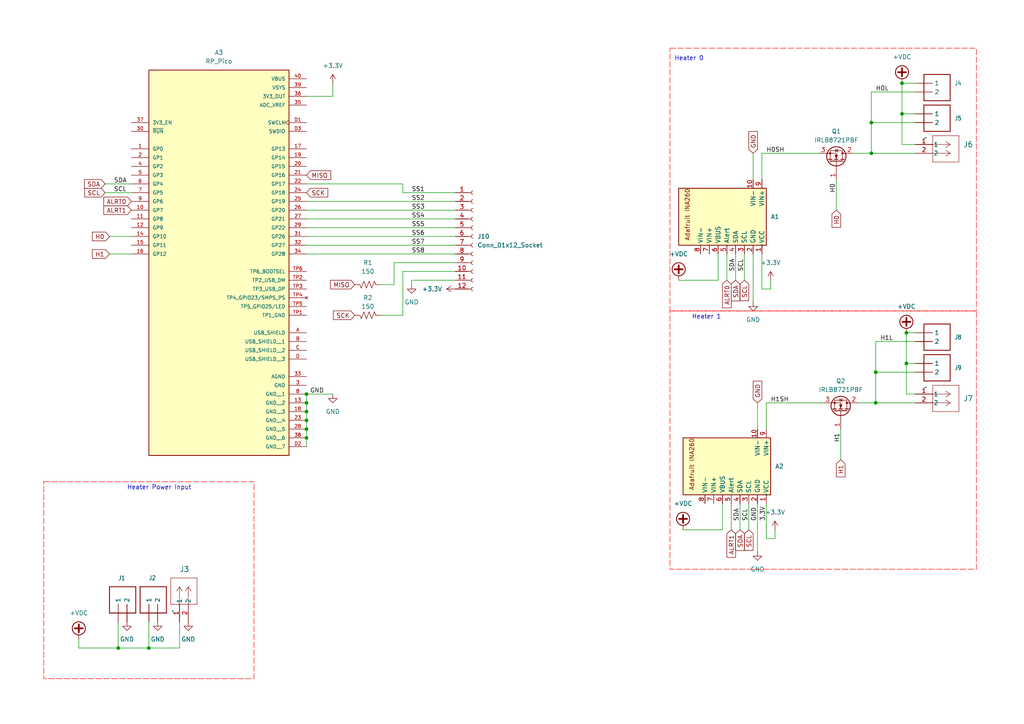
<source format=kicad_sch>
(kicad_sch (version 20230121) (generator eeschema)
  (paper "A4")
  (lib_symbols
    (symbol "Connector:Conn_01x12_Socket" (pin_names (offset 1.016) hide)
      (property "Reference" "J" (at 0 15.24 0))
      (property "Value" "Conn_01x12_Socket" (at 0 -17.78 0))
      (symbol "Conn_01x12_Socket_1_1"
        (arc (start 0 -14.732) (mid -0.5058 -15.24) (end 0 -15.748) (stroke (width 0.1524)))
        (arc (start 0 -12.192) (mid -0.5058 -12.7) (end 0 -13.208) (stroke (width 0.1524)))
        (arc (start 0 -9.652) (mid -0.5058 -10.16) (end 0 -10.668) (stroke (width 0.1524)))
        (arc (start 0 -7.112) (mid -0.5058 -7.62) (end 0 -8.128) (stroke (width 0.1524)))
        (arc (start 0 -4.572) (mid -0.5058 -5.08) (end 0 -5.588) (stroke (width 0.1524)))
        (arc (start 0 -2.032) (mid -0.5058 -2.54) (end 0 -3.048) (stroke (width 0.1524)))
        (polyline (pts (xy -1.27 -15.24) (xy -0.508 -15.24)) (stroke (width 0.1524)))
        (polyline (pts (xy -1.27 -12.7) (xy -0.508 -12.7)) (stroke (width 0.1524)))
        (polyline (pts (xy -1.27 -10.16) (xy -0.508 -10.16)) (stroke (width 0.1524)))
        (polyline (pts (xy -1.27 -7.62) (xy -0.508 -7.62)) (stroke (width 0.1524)))
        (polyline (pts (xy -1.27 -5.08) (xy -0.508 -5.08)) (stroke (width 0.1524)))
        (polyline (pts (xy -1.27 -2.54) (xy -0.508 -2.54)) (stroke (width 0.1524)))
        (polyline (pts (xy -1.27 0) (xy -0.508 0)) (stroke (width 0.1524)))
        (polyline (pts (xy -1.27 2.54) (xy -0.508 2.54)) (stroke (width 0.1524)))
        (polyline (pts (xy -1.27 5.08) (xy -0.508 5.08)) (stroke (width 0.1524)))
        (polyline (pts (xy -1.27 7.62) (xy -0.508 7.62)) (stroke (width 0.1524)))
        (polyline (pts (xy -1.27 10.16) (xy -0.508 10.16)) (stroke (width 0.1524)))
        (polyline (pts (xy -1.27 12.7) (xy -0.508 12.7)) (stroke (width 0.1524)))
        (arc (start 0 0.508) (mid -0.5058 0) (end 0 -0.508) (stroke (width 0.1524)))
        (arc (start 0 3.048) (mid -0.5058 2.54) (end 0 2.032) (stroke (width 0.1524)))
        (arc (start 0 5.588) (mid -0.5058 5.08) (end 0 4.572) (stroke (width 0.1524)))
        (arc (start 0 8.128) (mid -0.5058 7.62) (end 0 7.112) (stroke (width 0.1524)))
        (arc (start 0 10.668) (mid -0.5058 10.16) (end 0 9.652) (stroke (width 0.1524)))
        (arc (start 0 13.208) (mid -0.5058 12.7) (end 0 12.192) (stroke (width 0.1524)))
        (pin passive line (at -5.08 12.7 0) (length 3.81) (name "Pin_1") (number "1"))
        (pin passive line (at -5.08 -10.16 0) (length 3.81) (name "Pin_10") (number "10"))
        (pin passive line (at -5.08 -12.7 0) (length 3.81) (name "Pin_11") (number "11"))
        (pin passive line (at -5.08 -15.24 0) (length 3.81) (name "Pin_12") (number "12"))
        (pin passive line (at -5.08 10.16 0) (length 3.81) (name "Pin_2") (number "2"))
        (pin passive line (at -5.08 7.62 0) (length 3.81) (name "Pin_3") (number "3"))
        (pin passive line (at -5.08 5.08 0) (length 3.81) (name "Pin_4") (number "4"))
        (pin passive line (at -5.08 2.54 0) (length 3.81) (name "Pin_5") (number "5"))
        (pin passive line (at -5.08 0 0) (length 3.81) (name "Pin_6") (number "6"))
        (pin passive line (at -5.08 -2.54 0) (length 3.81) (name "Pin_7") (number "7"))
        (pin passive line (at -5.08 -5.08 0) (length 3.81) (name "Pin_8") (number "8"))
        (pin passive line (at -5.08 -7.62 0) (length 3.81) (name "Pin_9") (number "9"))
      )
    )
    (symbol "Device:R_US" (pin_numbers hide) (pin_names (offset 0))
      (property "Reference" "R" (at 2.54 0 90))
      (property "Value" "R_US" (at -2.54 0 90))
      (symbol "R_US_0_1"
        (polyline (pts (xy 0 -2.286) (xy 0 -2.54)))
        (polyline (pts (xy 0 2.286) (xy 0 2.54)))
        (polyline (pts (xy 0 -0.762) (xy 1.016 -1.143) (xy 0 -1.524) (xy -1.016 -1.905) (xy 0 -2.286)))
        (polyline (pts (xy 0 0.762) (xy 1.016 0.381) (xy 0 0) (xy -1.016 -0.381) (xy 0 -0.762)))
        (polyline (pts (xy 0 2.286) (xy 1.016 1.905) (xy 0 1.524) (xy -1.016 1.143) (xy 0 0.762)))
      )
      (symbol "R_US_1_1"
        (pin passive line (at 0 3.81 270) (length 1.27) (name "~") (number "1"))
        (pin passive line (at 0 -3.81 90) (length 1.27) (name "~") (number "2"))
      )
    )
    (symbol "IPTC Project Library:Adafruit_INA260"
      (property "Reference" "A" (at 1.27 2.54 0))
      (symbol "Adafruit_INA260_0_0"
        (rectangle (start 0 1.27) (end 16.51 -24.13) (stroke (width 0.254)) (fill (type background)))
      )
      (symbol "Adafruit_INA260_1_1"
        (text "Adafruit INA260\n" (at 8.89 -21.59 0) (effects (font (size 1.27 1.27))))
        (pin passive line (at -2.54 0 0) (length 2.54) (name "VCC") (number "1"))
        (pin passive line (at 19.05 -2.54 180) (length 2.54) (name "VIN-") (number "10"))
        (pin passive line (at -2.54 -2.54 0) (length 2.54) (name "GND") (number "2"))
        (pin passive line (at -2.54 -5.08 0) (length 2.54) (name "SCL") (number "3"))
        (pin passive line (at -2.54 -7.62 0) (length 2.54) (name "SDA") (number "4"))
        (pin passive line (at -2.54 -10.16 0) (length 2.54) (name "Alert") (number "5"))
        (pin passive line (at -2.54 -12.7 0) (length 2.54) (name "VBUS") (number "6"))
        (pin passive line (at -2.54 -15.24 0) (length 2.54) (name "VIN+") (number "7"))
        (pin passive line (at -2.54 -17.78 0) (length 2.54) (name "VIN-") (number "8"))
        (pin passive line (at 19.05 0 180) (length 2.54) (name "VIN+") (number "9"))
      )
    )
    (symbol "IPTC Project Library:IRLB8721PBF" (pin_names hide)
      (property "Reference" "Q" (at 6.35 1.905 0))
      (property "Value" "IRLB8721PBF" (at 6.35 0 0))
      (symbol "IRLB8721PBF_0_1"
        (polyline (pts (xy 0.254 0) (xy -2.54 0)))
        (polyline (pts (xy 0.254 1.905) (xy 0.254 -1.905)) (stroke (width 0.254)))
        (polyline (pts (xy 0.762 -1.27) (xy 0.762 -2.286)) (stroke (width 0.254)))
        (polyline (pts (xy 0.762 0.508) (xy 0.762 -0.508)) (stroke (width 0.254)))
        (polyline (pts (xy 0.762 2.286) (xy 0.762 1.27)) (stroke (width 0.254)))
        (polyline (pts (xy 2.54 2.54) (xy 2.54 1.778)))
        (polyline (pts (xy 2.54 -2.54) (xy 2.54 0) (xy 0.762 0)))
        (polyline (pts (xy 0.762 -1.778) (xy 3.302 -1.778) (xy 3.302 1.778) (xy 0.762 1.778)))
        (polyline (pts (xy 1.016 0) (xy 2.032 0.381) (xy 2.032 -0.381) (xy 1.016 0)) (fill (type outline)))
        (polyline (pts (xy 2.794 0.508) (xy 2.921 0.381) (xy 3.683 0.381) (xy 3.81 0.254)))
        (polyline (pts (xy 3.302 0.381) (xy 2.921 -0.254) (xy 3.683 -0.254) (xy 3.302 0.381)))
        (circle (center 1.651 0) (radius 2.794) (stroke (width 0.254)))
        (circle (center 2.54 -1.778) (radius 0.254) (fill (type outline)))
        (circle (center 2.54 1.778) (radius 0.254) (fill (type outline)))
      )
      (symbol "IRLB8721PBF_1_1"
        (pin input line (at -5.08 0 0) (length 2.54) (name "G") (number "1"))
        (pin passive line (at 2.54 5.08 270) (length 2.54) (name "D") (number "2"))
        (pin passive line (at 2.54 -5.08 90) (length 2.54) (name "S") (number "3"))
      )
    )
    (symbol "IPTC Project Library:OSTVN02A150" (pin_names (offset 0.254))
      (property "Reference" "J" (at 8.89 6.35 0))
      (property "Value" "OSTVN02A150" (at 0 0 0))
      (symbol "OSTVN02A150_1_1"
        (polyline (pts (xy 5.08 -5.08) (xy 12.7 -5.08)) (stroke (width 0.127)))
        (polyline (pts (xy 5.08 2.54) (xy 5.08 -5.08)) (stroke (width 0.127)))
        (polyline (pts (xy 10.16 -2.54) (xy 5.08 -2.54)) (stroke (width 0.127)))
        (polyline (pts (xy 10.16 -2.54) (xy 8.89 -3.3867)) (stroke (width 0.127)))
        (polyline (pts (xy 10.16 -2.54) (xy 8.89 -1.6933)) (stroke (width 0.127)))
        (polyline (pts (xy 10.16 0) (xy 5.08 0)) (stroke (width 0.127)))
        (polyline (pts (xy 10.16 0) (xy 8.89 -0.8467)) (stroke (width 0.127)))
        (polyline (pts (xy 10.16 0) (xy 8.89 0.8467)) (stroke (width 0.127)))
        (polyline (pts (xy 12.7 -5.08) (xy 12.7 2.54)) (stroke (width 0.127)))
        (polyline (pts (xy 12.7 2.54) (xy 5.08 2.54)) (stroke (width 0.127)))
        (pin unspecified line (at 0 0 0) (length 5.08) (name "1") (number "1"))
        (pin unspecified line (at 0 -2.54 0) (length 5.08) (name "2") (number "2"))
      )
      (symbol "OSTVN02A150_1_2"
        (polyline (pts (xy 5.08 -5.08) (xy 12.7 -5.08)) (stroke (width 0.127)))
        (polyline (pts (xy 5.08 2.54) (xy 5.08 -5.08)) (stroke (width 0.127)))
        (polyline (pts (xy 7.62 -2.54) (xy 5.08 -2.54)) (stroke (width 0.127)))
        (polyline (pts (xy 7.62 -2.54) (xy 8.89 -3.3867)) (stroke (width 0.127)))
        (polyline (pts (xy 7.62 -2.54) (xy 8.89 -1.6933)) (stroke (width 0.127)))
        (polyline (pts (xy 7.62 0) (xy 5.08 0)) (stroke (width 0.127)))
        (polyline (pts (xy 7.62 0) (xy 8.89 -0.8467)) (stroke (width 0.127)))
        (polyline (pts (xy 7.62 0) (xy 8.89 0.8467)) (stroke (width 0.127)))
        (polyline (pts (xy 12.7 -5.08) (xy 12.7 2.54)) (stroke (width 0.127)))
        (polyline (pts (xy 12.7 2.54) (xy 5.08 2.54)) (stroke (width 0.127)))
        (pin unspecified line (at 0 0 0) (length 5.08) (name "1") (number "1"))
        (pin unspecified line (at 0 -2.54 0) (length 5.08) (name "2") (number "2"))
      )
    )
    (symbol "IPTC Project Library:RP_Pico" (pin_names (offset 1.016))
      (property "Reference" "A" (at -20.32 44.069 0))
      (property "Value" "RP_Pico" (at -20.32 -71.12 0))
      (symbol "RP_Pico_0_0"
        (rectangle (start -20.32 -68.58) (end 20.32 43.18) (stroke (width 0.254)) (fill (type background)))
        (pin bidirectional line (at -25.4 20.32 0) (length 5.08) (name "GP0") (number "1"))
        (pin bidirectional line (at -25.4 2.54 0) (length 5.08) (name "GP7") (number "10"))
        (pin bidirectional line (at -25.4 0 0) (length 5.08) (name "GP8") (number "11"))
        (pin bidirectional line (at -25.4 -2.54 0) (length 5.08) (name "GP9") (number "12"))
        (pin power_in line (at 25.4 -53.34 180) (length 5.08) (name "GND__2") (number "13"))
        (pin bidirectional line (at -25.4 -5.08 0) (length 5.08) (name "GP10") (number "14"))
        (pin bidirectional line (at -25.4 -7.62 0) (length 5.08) (name "GP11") (number "15"))
        (pin bidirectional line (at -25.4 -10.16 0) (length 5.08) (name "GP12") (number "16"))
        (pin bidirectional line (at 25.4 20.32 180) (length 5.08) (name "GP13") (number "17"))
        (pin power_in line (at 25.4 -55.88 180) (length 5.08) (name "GND__3") (number "18"))
        (pin bidirectional line (at 25.4 17.78 180) (length 5.08) (name "GP14") (number "19"))
        (pin bidirectional line (at -25.4 17.78 0) (length 5.08) (name "GP1") (number "2"))
        (pin bidirectional line (at 25.4 15.24 180) (length 5.08) (name "GP15") (number "20"))
        (pin bidirectional line (at 25.4 12.7 180) (length 5.08) (name "GP16") (number "21"))
        (pin bidirectional line (at 25.4 10.16 180) (length 5.08) (name "GP17") (number "22"))
        (pin power_in line (at 25.4 -58.42 180) (length 5.08) (name "GND__4") (number "23"))
        (pin bidirectional line (at 25.4 7.62 180) (length 5.08) (name "GP18") (number "24"))
        (pin bidirectional line (at 25.4 5.08 180) (length 5.08) (name "GP19") (number "25"))
        (pin bidirectional line (at 25.4 2.54 180) (length 5.08) (name "GP20") (number "26"))
        (pin bidirectional line (at 25.4 0 180) (length 5.08) (name "GP21") (number "27"))
        (pin power_in line (at 25.4 -60.96 180) (length 5.08) (name "GND__5") (number "28"))
        (pin bidirectional line (at 25.4 -2.54 180) (length 5.08) (name "GP22") (number "29"))
        (pin power_in line (at 25.4 -48.26 180) (length 5.08) (name "GND") (number "3"))
        (pin input line (at -25.4 25.4 0) (length 5.08) (name "~{RUN}") (number "30"))
        (pin bidirectional line (at 25.4 -5.08 180) (length 5.08) (name "GP26") (number "31"))
        (pin bidirectional line (at 25.4 -7.62 180) (length 5.08) (name "GP27") (number "32"))
        (pin power_in line (at 25.4 -45.72 180) (length 5.08) (name "AGND") (number "33"))
        (pin bidirectional line (at 25.4 -10.16 180) (length 5.08) (name "GP28") (number "34"))
        (pin power_in line (at 25.4 33.02 180) (length 5.08) (name "ADC_VREF") (number "35"))
        (pin power_in line (at 25.4 35.56 180) (length 5.08) (name "3V3_OUT") (number "36"))
        (pin input line (at -25.4 27.94 0) (length 5.08) (name "3V3_EN") (number "37"))
        (pin power_in line (at 25.4 -63.5 180) (length 5.08) (name "GND__6") (number "38"))
        (pin power_in line (at 25.4 38.1 180) (length 5.08) (name "VSYS") (number "39"))
        (pin bidirectional line (at -25.4 15.24 0) (length 5.08) (name "GP2") (number "4"))
        (pin power_in line (at 25.4 40.64 180) (length 5.08) (name "VBUS") (number "40"))
        (pin bidirectional line (at -25.4 12.7 0) (length 5.08) (name "GP3") (number "5"))
        (pin bidirectional line (at -25.4 10.16 0) (length 5.08) (name "GP4") (number "6"))
        (pin bidirectional line (at -25.4 7.62 0) (length 5.08) (name "GP5") (number "7"))
        (pin power_in line (at 25.4 -50.8 180) (length 5.08) (name "GND__1") (number "8"))
        (pin bidirectional line (at -25.4 5.08 0) (length 5.08) (name "GP6") (number "9"))
        (pin power_in line (at 25.4 -33.02 180) (length 5.08) (name "USB_SHIELD") (number "A"))
        (pin power_in line (at 25.4 -35.56 180) (length 5.08) (name "USB_SHIELD__1") (number "B"))
        (pin power_in line (at 25.4 -38.1 180) (length 5.08) (name "USB_SHIELD__2") (number "C"))
        (pin power_in line (at 25.4 -40.64 180) (length 5.08) (name "USB_SHIELD__3") (number "D"))
        (pin input clock (at 25.4 27.94 180) (length 5.08) (name "SWCLK") (number "D1"))
        (pin power_in line (at 25.4 -66.04 180) (length 5.08) (name "GND__7") (number "D2"))
        (pin bidirectional line (at 25.4 25.4 180) (length 5.08) (name "SWDIO") (number "D3"))
        (pin power_in line (at 25.4 -27.94 180) (length 5.08) (name "TP1_GND") (number "TP1"))
        (pin bidirectional line (at 25.4 -17.78 180) (length 5.08) (name "TP2_USB_DM") (number "TP2"))
        (pin bidirectional line (at 25.4 -20.32 180) (length 5.08) (name "TP3_USB_DP") (number "TP3"))
        (pin no_connect line (at 25.4 -22.86 180) (length 5.08) (name "TP4_GPIO23/SMPS_PS") (number "TP4"))
        (pin output line (at 25.4 -25.4 180) (length 5.08) (name "TP5_GPIO25/LED") (number "TP5"))
        (pin input line (at 25.4 -15.24 180) (length 5.08) (name "TP6_BOOTSEL") (number "TP6"))
      )
    )
    (symbol "IPTC Project Library:SMD_PAD_1X2_4MMx3MM"
      (property "Reference" "J" (at -2.54 7.62 0))
      (property "Value" "SMD_PAD_1X2_4MMx3MM" (at -2.54 -5.08 0))
      (symbol "SMD_PAD_1X2_4MMx3MM_1_0"
        (polyline (pts (xy -2.54 -2.54) (xy 5.08 -2.54)) (stroke (width 0.254)))
        (polyline (pts (xy -2.54 5.08) (xy -2.54 -2.54)) (stroke (width 0.254)))
        (polyline (pts (xy 5.08 -2.54) (xy 5.08 5.08)) (stroke (width 0.254)))
        (polyline (pts (xy 5.08 5.08) (xy -2.54 5.08)) (stroke (width 0.254)))
        (pin passive line (at -5.08 0 0) (length 5.08) (name "2") (number "1"))
        (pin passive line (at -5.08 2.54 0) (length 5.08) (name "1") (number "2"))
      )
    )
    (symbol "IPTC Project Library:TERMBLOCK_1X2_5.08MM"
      (property "Reference" "J" (at -2.54 7.62 0))
      (symbol "TERMBLOCK_1X2_5.08MM_1_0"
        (polyline (pts (xy -2.54 -2.54) (xy 5.08 -2.54)) (stroke (width 0.254)))
        (polyline (pts (xy -2.54 5.08) (xy -2.54 -2.54)) (stroke (width 0.254)))
        (polyline (pts (xy 5.08 -2.54) (xy 5.08 5.08)) (stroke (width 0.254)))
        (polyline (pts (xy 5.08 5.08) (xy -2.54 5.08)) (stroke (width 0.254)))
        (pin passive line (at -5.08 2.54 0) (length 5.08) (name "1") (number "P$3"))
        (pin passive line (at -5.08 0 0) (length 5.08) (name "2") (number "P$4"))
      )
    )
    (symbol "power:+3.3V" (power) (pin_names (offset 0))
      (property "Value" "+3.3V" (at 0 3.556 0))
      (symbol "+3.3V_0_1"
        (polyline (pts (xy -0.762 1.27) (xy 0 2.54)))
        (polyline (pts (xy 0 0) (xy 0 2.54)))
        (polyline (pts (xy 0 2.54) (xy 0.762 1.27)))
      )
      (symbol "+3.3V_1_1"
        (pin power_in line (at 0 0 90) (length 0) hide (name "+3.3V") (number "1"))
      )
    )
    (symbol "power:+VDC" (power) (pin_names (offset 0))
      (property "Value" "+VDC" (at 0 6.35 0))
      (symbol "+VDC_0_1"
        (polyline (pts (xy -1.143 3.175) (xy 1.143 3.175)) (stroke (width 0.508)))
        (polyline (pts (xy 0 0) (xy 0 1.27)))
        (polyline (pts (xy 0 2.032) (xy 0 4.318)) (stroke (width 0.508)))
        (circle (center 0 3.175) (radius 1.905) (stroke (width 0.254)))
      )
      (symbol "+VDC_1_1"
        (pin power_in line (at 0 0 90) (length 0) hide (name "+VDC") (number "1"))
      )
    )
    (symbol "power:GND" (power) (pin_names (offset 0))
      (property "Value" "GND" (at 0 -3.81 0))
      (symbol "GND_0_1"
        (polyline (pts (xy 0 0) (xy 0 -1.27) (xy 1.27 -1.27) (xy 0 -2.54) (xy -1.27 -1.27) (xy 0 -1.27)))
      )
      (symbol "GND_1_1"
        (pin power_in line (at 0 0 270) (length 0) hide (name "GND") (number "1"))
      )
    )
  )
  (junction (at 88.9 124.46))
  (junction (at 43.18 187.96))
  (junction (at 88.9 127))
  (junction (at 88.9 119.38))
  (junction (at 262.89 105.41))
  (junction (at 252.73 35.56))
  (junction (at 88.9 121.92))
  (junction (at 88.9 114.3))
  (junction (at 88.9 116.84))
  (junction (at 254 116.84))
  (junction (at 261.62 33.02))
  (junction (at 261.62 24.13))
  (junction (at 254 107.95))
  (junction (at 34.29 187.96))
  (junction (at 252.73 44.45))
  (junction (at 262.89 96.52))
  (wire (pts (xy 224.79 153.67) (xy 224.79 156.21)))
  (wire (pts (xy 31.75 68.58) (xy 38.1 68.58)))
  (wire (pts (xy 114.3 82.55) (xy 114.3 76.2)))
  (wire (pts (xy 88.9 71.12) (xy 132.08 71.12)))
  (wire (pts (xy 198.12 153.67) (xy 209.55 153.67)))
  (wire (pts (xy 196.85 81.28) (xy 208.28 81.28)))
  (wire (pts (xy 265.43 41.91) (xy 261.62 41.91)))
  (wire (pts (xy 22.86 185.42) (xy 22.86 187.96)))
  (wire (pts (xy 261.62 33.02) (xy 261.62 41.91)))
  (wire (pts (xy 43.18 180.34) (xy 43.18 187.96)))
  (wire (pts (xy 219.71 160.02) (xy 219.71 146.05)))
  (wire (pts (xy 254 99.06) (xy 254 107.95)))
  (wire (pts (xy 238.76 116.84) (xy 222.25 116.84)))
  (wire (pts (xy 88.9 60.96) (xy 132.08 60.96)))
  (wire (pts (xy 237.49 44.45) (xy 220.98 44.45)))
  (wire (pts (xy 114.3 76.2) (xy 132.08 76.2)))
  (wire (pts (xy 212.09 146.05) (xy 212.09 153.67)))
  (wire (pts (xy 254 99.06) (xy 265.43 99.06)))
  (wire (pts (xy 116.84 55.88) (xy 132.08 55.88)))
  (wire (pts (xy 116.84 53.34) (xy 116.84 55.88)))
  (wire (pts (xy 88.9 121.92) (xy 88.9 124.46)))
  (wire (pts (xy 262.89 96.52) (xy 262.89 105.41)))
  (wire (pts (xy 22.86 187.96) (xy 34.29 187.96)))
  (wire (pts (xy 209.55 146.05) (xy 209.55 153.67)))
  (wire (pts (xy 31.75 73.66) (xy 38.1 73.66)))
  (wire (pts (xy 242.57 60.96) (xy 242.57 52.07)))
  (wire (pts (xy 243.84 133.35) (xy 243.84 124.46)))
  (wire (pts (xy 96.52 27.94) (xy 88.9 27.94)))
  (wire (pts (xy 110.49 91.44) (xy 116.84 91.44)))
  (wire (pts (xy 252.73 44.45) (xy 252.73 35.56)))
  (wire (pts (xy 88.9 114.3) (xy 88.9 116.84)))
  (wire (pts (xy 254 107.95) (xy 265.43 107.95)))
  (wire (pts (xy 96.52 114.3) (xy 88.9 114.3)))
  (wire (pts (xy 88.9 63.5) (xy 132.08 63.5)))
  (wire (pts (xy 222.25 116.84) (xy 222.25 124.46)))
  (wire (pts (xy 88.9 58.42) (xy 132.08 58.42)))
  (wire (pts (xy 96.52 24.13) (xy 96.52 27.94)))
  (wire (pts (xy 116.84 91.44) (xy 116.84 78.74)))
  (wire (pts (xy 220.98 83.82) (xy 223.52 83.82)))
  (wire (pts (xy 254 116.84) (xy 248.92 116.84)))
  (wire (pts (xy 88.9 116.84) (xy 88.9 119.38)))
  (wire (pts (xy 210.82 73.66) (xy 210.82 81.28)))
  (wire (pts (xy 88.9 53.34) (xy 116.84 53.34)))
  (wire (pts (xy 219.71 116.84) (xy 219.71 124.46)))
  (wire (pts (xy 265.43 105.41) (xy 262.89 105.41)))
  (wire (pts (xy 88.9 124.46) (xy 88.9 127)))
  (wire (pts (xy 265.43 24.13) (xy 261.62 24.13)))
  (wire (pts (xy 34.29 187.96) (xy 43.18 187.96)))
  (wire (pts (xy 223.52 81.28) (xy 223.52 83.82)))
  (wire (pts (xy 262.89 105.41) (xy 262.89 114.3)))
  (wire (pts (xy 218.44 87.63) (xy 218.44 73.66)))
  (wire (pts (xy 217.17 153.67) (xy 217.17 146.05)))
  (wire (pts (xy 30.48 53.34) (xy 38.1 53.34)))
  (wire (pts (xy 88.9 127) (xy 88.9 129.54)))
  (wire (pts (xy 215.9 81.28) (xy 215.9 73.66)))
  (wire (pts (xy 214.63 153.67) (xy 214.63 146.05)))
  (wire (pts (xy 252.73 35.56) (xy 265.43 35.56)))
  (wire (pts (xy 110.49 82.55) (xy 114.3 82.55)))
  (wire (pts (xy 252.73 26.67) (xy 252.73 35.56)))
  (wire (pts (xy 116.84 78.74) (xy 132.08 78.74)))
  (wire (pts (xy 252.73 44.45) (xy 265.43 44.45)))
  (wire (pts (xy 119.38 81.28) (xy 132.08 81.28)))
  (wire (pts (xy 213.36 81.28) (xy 213.36 73.66)))
  (wire (pts (xy 88.9 66.04) (xy 132.08 66.04)))
  (wire (pts (xy 265.43 96.52) (xy 262.89 96.52)))
  (wire (pts (xy 254 116.84) (xy 265.43 116.84)))
  (wire (pts (xy 222.25 146.05) (xy 222.25 156.21)))
  (wire (pts (xy 52.07 180.34) (xy 52.07 187.96)))
  (wire (pts (xy 261.62 24.13) (xy 261.62 33.02)))
  (wire (pts (xy 254 116.84) (xy 254 107.95)))
  (wire (pts (xy 119.38 82.55) (xy 119.38 81.28)))
  (wire (pts (xy 252.73 44.45) (xy 247.65 44.45)))
  (wire (pts (xy 222.25 156.21) (xy 224.79 156.21)))
  (wire (pts (xy 88.9 68.58) (xy 132.08 68.58)))
  (wire (pts (xy 265.43 33.02) (xy 261.62 33.02)))
  (wire (pts (xy 30.48 55.88) (xy 38.1 55.88)))
  (wire (pts (xy 88.9 73.66) (xy 132.08 73.66)))
  (wire (pts (xy 208.28 73.66) (xy 208.28 81.28)))
  (wire (pts (xy 34.29 180.34) (xy 34.29 187.96)))
  (wire (pts (xy 218.44 44.45) (xy 218.44 52.07)))
  (wire (pts (xy 220.98 73.66) (xy 220.98 83.82)))
  (wire (pts (xy 252.73 26.67) (xy 265.43 26.67)))
  (wire (pts (xy 43.18 187.96) (xy 52.07 187.96)))
  (wire (pts (xy 265.43 114.3) (xy 262.89 114.3)))
  (wire (pts (xy 88.9 119.38) (xy 88.9 121.92)))
  (wire (pts (xy 220.98 44.45) (xy 220.98 52.07)))
  (rectangle (start 194.31 13.97) (end 283.21 90.17) (stroke (width 0) (type dash) (color 255 9 0 1)))
  (rectangle (start 12.7 139.7) (end 73.66 196.85) (stroke (width 0) (type dash) (color 255 9 0 1)))
  (rectangle (start 194.31 90.17) (end 283.21 165.1) (stroke (width 0) (type dash) (color 255 9 0 1)))
  (text "Heater 1\n" (at 200.66 92.71 0) (effects (font (size 1.27 1.27)) (justify left bottom)))
  (text "Heater Power Input" (at 36.83 142.24 0) (effects (font (size 1.27 1.27)) (justify left bottom)))
  (text "Heater 0" (at 195.58 17.78 0) (effects (font (size 1.27 1.27)) (justify left bottom)))
  (label "3.3V" (at 222.25 151.13 90))
  (label "SS3" (at 119.38 60.96 0))
  (label "H1SH" (at 223.52 116.84 0))
  (label "SS7" (at 119.38 71.12 0))
  (label "SS1" (at 119.38 55.88 0))
  (label "SDA" (at 33.02 53.34 0))
  (label "H0L" (at 254 26.67 0))
  (label "SCL" (at 215.9 78.74 90))
  (label "SCL" (at 33.02 55.88 0))
  (label "SS5" (at 119.38 66.04 0))
  (label "H0SH" (at 222.25 44.45 0))
  (label "SS6" (at 119.38 68.58 0))
  (label "SS8" (at 119.38 73.66 0))
  (label "GND" (at 219.71 151.13 90))
  (label "GND" (at 93.98 114.3 180))
  (label "SS2" (at 119.38 58.42 0))
  (label "H0" (at 242.57 55.88 90))
  (label "H1" (at 243.84 128.27 90))
  (label "SDA" (at 214.63 151.13 90))
  (label "SDA" (at 213.36 78.74 90))
  (label "H1L" (at 255.27 99.06 0))
  (label "SS4" (at 119.38 63.5 0))
  (label "SCL" (at 217.17 151.13 90))
  (global_label "GND" (shape input) (at 218.44 44.45 90) (property "Intersheetrefs" "${INTERSHEET_REFS}" (effects hide)))
  (global_label "SCL" (shape input) (at 217.17 153.67 270) (property "Intersheetrefs" "${INTERSHEET_REFS}" (effects hide)))
  (global_label "ALRT1" (shape input) (at 212.09 153.67 270) (property "Intersheetrefs" "${INTERSHEET_REFS}" (effects hide)))
  (global_label "ALRT1" (shape input) (at 38.1 60.96 180) (property "Intersheetrefs" "${INTERSHEET_REFS}" (effects hide)))
  (global_label "GND" (shape input) (at 219.71 116.84 90) (property "Intersheetrefs" "${INTERSHEET_REFS}" (effects hide)))
  (global_label "ALRT0" (shape input) (at 38.1 58.42 180) (property "Intersheetrefs" "${INTERSHEET_REFS}" (effects hide)))
  (global_label "H1" (shape input) (at 243.84 133.35 270) (property "Intersheetrefs" "${INTERSHEET_REFS}" (effects hide)))
  (global_label "H0" (shape input) (at 31.75 68.58 180) (property "Intersheetrefs" "${INTERSHEET_REFS}" (effects hide)))
  (global_label "SCL" (shape input) (at 30.48 55.88 180) (property "Intersheetrefs" "${INTERSHEET_REFS}" (effects hide)))
  (global_label "SDA" (shape input) (at 213.36 81.28 270) (property "Intersheetrefs" "${INTERSHEET_REFS}" (effects hide)))
  (global_label "SCK" (shape input) (at 102.87 91.44 180) (property "Intersheetrefs" "${INTERSHEET_REFS}" (effects hide)))
  (global_label "MISO" (shape input) (at 88.9 50.8 0) (property "Intersheetrefs" "${INTERSHEET_REFS}" (effects hide)))
  (global_label "MISO" (shape input) (at 102.87 82.55 180) (property "Intersheetrefs" "${INTERSHEET_REFS}" (effects hide)))
  (global_label "H1" (shape input) (at 31.75 73.66 180) (property "Intersheetrefs" "${INTERSHEET_REFS}" (effects hide)))
  (global_label "H0" (shape input) (at 242.57 60.96 270) (property "Intersheetrefs" "${INTERSHEET_REFS}" (effects hide)))
  (global_label "SDA" (shape input) (at 214.63 153.67 270) (property "Intersheetrefs" "${INTERSHEET_REFS}" (effects hide)))
  (global_label "SCK" (shape input) (at 88.9 55.88 0) (property "Intersheetrefs" "${INTERSHEET_REFS}" (effects hide)))
  (global_label "SCL" (shape input) (at 215.9 81.28 270) (property "Intersheetrefs" "${INTERSHEET_REFS}" (effects hide)))
  (global_label "SDA" (shape input) (at 30.48 53.34 180) (property "Intersheetrefs" "${INTERSHEET_REFS}" (effects hide)))
  (global_label "ALRT0" (shape input) (at 210.82 81.28 270) (property "Intersheetrefs" "${INTERSHEET_REFS}" (effects hide)))
  (symbol (lib_id "power:GND") (at 45.72 180.34 0) (unit 1)
    (property "Reference" "#PWR05" (effects hide))
    (property "Value" "GND" (at 45.72 185.42 0))
  )
  (symbol (lib_id "power:+3.3V") (at 132.08 83.82 90) (unit 1)
    (property "Reference" "#PWR02" (effects hide))
    (property "Value" "+3.3V" (at 128.27 83.82 90) (effects (justify left)))
  )
  (symbol (lib_id "IPTC Project Library:TERMBLOCK_1X2_5.08MM") (at 45.72 175.26 90) (unit 1)
    (property "Reference" "J2" (at 43.18 167.64 90) (effects (font (size 1.27 1.0795)) (justify right)))
    (property "Value" "~" (at 50.8 177.8 0) (effects (font (size 1.27 1.0795)) (justify left bottom)))
    (property "Footprint" "IPTC Project Library:TERMBLOCK_508_1X2" (effects hide))
  )
  (symbol (lib_id "IPTC Project Library:Adafruit_INA260") (at 220.98 71.12 270) (mirror x) (unit 1)
    (property "Reference" "A1" (at 223.52 62.865 90) (effects (justify left)))
    (property "Value" "~" (at 220.98 71.12 0))
    (property "Footprint" "IPTC Project Library:Adafruit_INA260" (effects hide))
    (property "Datasheet" "https://learn.adafruit.com/adafruit-ina260-current-voltage-power-sensor-breakout/overview" (effects hide))
  )
  (symbol (lib_id "power:+VDC") (at 262.89 96.52 0) (unit 1)
    (property "Reference" "#PWR029" (effects hide))
    (property "Value" "+VDC" (at 262.89 88.9 0))
  )
  (symbol (lib_id "IPTC Project Library:OSTVN02A150") (at 52.07 180.34 90) (unit 1)
    (property "Reference" "J3" (at 52.07 165.1 90) (effects (font (size 1.524 1.524)) (justify right)))
    (property "Value" "OSTVN02A150" (effects hide))
    (property "Footprint" "IPTC Project Library:CONN_OSTVN02A150_OST" (effects hide))
    (property "Datasheet" "https://mm.digikey.com/Volume0/opasdata/d220001/medias/docus/1123/OSTVNXXA150.pdf" (effects hide))
  )
  (symbol (lib_id "power:+3.3V") (at 223.52 81.28 0) (unit 1)
    (property "Reference" "#PWR012" (effects hide))
    (property "Value" "+3.3V" (at 223.52 76.2 0))
  )
  (symbol (lib_id "power:GND") (at 119.38 82.55 0) (unit 1)
    (property "Reference" "#PWR01" (effects hide))
    (property "Value" "GND" (at 119.38 87.63 0))
  )
  (symbol (lib_id "IPTC Project Library:Adafruit_INA260") (at 222.25 143.51 270) (mirror x) (unit 1)
    (property "Reference" "A2" (at 224.79 135.255 90) (effects (justify left)))
    (property "Value" "~" (at 222.25 143.51 0))
    (property "Footprint" "IPTC Project Library:Adafruit_INA260" (effects hide))
    (property "Datasheet" "https://learn.adafruit.com/adafruit-ina260-current-voltage-power-sensor-breakout/overview" (effects hide))
  )
  (symbol (lib_id "IPTC Project Library:SMD_PAD_1X2_4MMx3MM") (at 270.51 99.06 0) (unit 1)
    (property "Reference" "J8" (at 276.86 97.7899 0) (effects (font (size 1.27 1.0795)) (justify left)))
    (property "Value" "SMD_PAD_1X2_4MMx3MM" (effects hide))
    (property "Footprint" "IPTC Project Library:SMDPAD_1x2_4MMx3MM" (effects hide))
  )
  (symbol (lib_id "power:+VDC") (at 261.62 24.13 0) (unit 1)
    (property "Reference" "#PWR028" (effects hide))
    (property "Value" "+VDC" (at 261.62 16.51 0))
  )
  (symbol (lib_id "IPTC Project Library:IRLB8721PBF") (at 242.57 46.99 270) (mirror x) (unit 1)
    (property "Reference" "Q1" (at 242.57 38.1 90))
    (property "Value" "IRLB8721PBF" (at 242.57 40.64 90))
    (property "Footprint" "IPTC Project Library:TO-220-3_Vertical" (effects hide))
    (property "Datasheet" "http://www.infineon.com/dgdl/irlb8721pbf.pdf?fileId=5546d462533600a40153566056732591" (effects hide))
  )
  (symbol (lib_id "Connector:Conn_01x12_Socket") (at 137.16 68.58 0) (unit 1)
    (property "Reference" "J10" (at 138.43 68.58 0) (effects (justify left)))
    (property "Value" "Conn_01x12_Socket" (at 138.43 71.12 0) (effects (justify left)))
    (property "Footprint" "Connector_PinHeader_2.54mm:PinHeader_1x12_P2.54mm_Vertical" (effects hide))
  )
  (symbol (lib_id "IPTC Project Library:OSTVN02A150") (at 265.43 114.3 0) (unit 1)
    (property "Reference" "J7" (at 279.4 115.57 0) (effects (font (size 1.524 1.524)) (justify left)))
    (property "Value" "OSTVN02A150" (effects hide))
    (property "Footprint" "IPTC Project Library:CONN_OSTVN02A150_OST" (effects hide))
    (property "Datasheet" "https://mm.digikey.com/Volume0/opasdata/d220001/medias/docus/1123/OSTVNXXA150.pdf" (effects hide))
  )
  (symbol (lib_id "IPTC Project Library:IRLB8721PBF") (at 243.84 119.38 270) (mirror x) (unit 1)
    (property "Reference" "Q2" (at 243.84 110.49 90))
    (property "Value" "IRLB8721PBF" (at 243.84 113.03 90))
    (property "Footprint" "IPTC Project Library:TO-220-3_Vertical" (effects hide))
    (property "Datasheet" "http://www.infineon.com/dgdl/irlb8721pbf.pdf?fileId=5546d462533600a40153566056732591" (effects hide))
  )
  (symbol (lib_id "IPTC Project Library:RP_Pico") (at 63.5 63.5 0) (unit 1)
    (property "Reference" "A3" (at 63.5 15.24 0))
    (property "Value" "RP_Pico" (at 63.5 17.78 0))
    (property "Footprint" "IPTC Project Library:RP_Pico" (effects hide))
    (property "Datasheet" "https://www.raspberrypi.com/documentation/microcontrollers/raspberry-pi-pico.html#raspberry-pi-pico-and-pico-h" (effects hide))
    (property "PARTREV" "1.9" (effects hide))
    (property "STANDARD" "Manufacturer Recommendations" (effects hide))
    (property "MANUFACTURER" "Pi Supply" (effects hide))
  )
  (symbol (lib_id "power:GND") (at 218.44 87.63 0) (unit 1)
    (property "Reference" "#PWR09" (effects hide))
    (property "Value" "GND" (at 218.44 92.71 0))
  )
  (symbol (lib_id "IPTC Project Library:OSTVN02A150") (at 265.43 41.91 0) (unit 1)
    (property "Reference" "J6" (at 279.4 41.91 0) (effects (font (size 1.524 1.524)) (justify left)))
    (property "Value" "OSTVN02A150" (effects hide))
    (property "Footprint" "IPTC Project Library:CONN_OSTVN02A150_OST" (effects hide))
    (property "Datasheet" "https://mm.digikey.com/Volume0/opasdata/d220001/medias/docus/1123/OSTVNXXA150.pdf" (effects hide))
  )
  (symbol (lib_id "IPTC Project Library:SMD_PAD_1X2_4MMx3MM") (at 36.83 175.26 90) (unit 1)
    (property "Reference" "J1" (at 34.29 167.64 90) (effects (font (size 1.27 1.0795)) (justify right)))
    (property "Value" "SMD_PAD_1X2_4MMx3MM" (effects hide))
    (property "Footprint" "IPTC Project Library:SMDPAD_1x2_4MMx3MM" (effects hide))
  )
  (symbol (lib_id "power:+3.3V") (at 96.52 24.13 0) (unit 1)
    (property "Reference" "#PWR013" (effects hide))
    (property "Value" "+3.3V" (at 96.52 19.05 0))
  )
  (symbol (lib_id "power:GND") (at 36.83 180.34 0) (unit 1)
    (property "Reference" "#PWR06" (effects hide))
    (property "Value" "GND" (at 36.83 185.42 0))
  )
  (symbol (lib_id "power:+VDC") (at 196.85 81.28 0) (unit 1)
    (property "Reference" "#PWR027" (effects hide))
    (property "Value" "+VDC" (at 196.85 73.66 0))
  )
  (symbol (lib_id "power:+3.3V") (at 224.79 153.67 0) (unit 1)
    (property "Reference" "#PWR011" (effects hide))
    (property "Value" "+3.3V" (at 224.79 148.59 0))
  )
  (symbol (lib_id "IPTC Project Library:TERMBLOCK_1X2_5.08MM") (at 270.51 35.56 0) (unit 1)
    (property "Reference" "J5" (at 276.86 34.2899 0) (effects (font (size 1.27 1.0795)) (justify left)))
    (property "Value" "~" (at 267.97 40.64 0) (effects (font (size 1.27 1.0795)) (justify left bottom)))
    (property "Footprint" "IPTC Project Library:TERMBLOCK_508_1X2" (effects hide))
  )
  (symbol (lib_id "power:+VDC") (at 198.12 153.67 0) (unit 1)
    (property "Reference" "#PWR026" (effects hide))
    (property "Value" "+VDC" (at 198.12 146.05 0))
  )
  (symbol (lib_id "IPTC Project Library:TERMBLOCK_1X2_5.08MM") (at 270.51 107.95 0) (unit 1)
    (property "Reference" "J9" (at 276.86 106.6799 0) (effects (font (size 1.27 1.0795)) (justify left)))
    (property "Value" "~" (at 267.97 113.03 0) (effects (font (size 1.27 1.0795)) (justify left bottom)))
    (property "Footprint" "IPTC Project Library:TERMBLOCK_508_1X2" (effects hide))
  )
  (symbol (lib_id "power:GND") (at 96.52 114.3 0) (unit 1)
    (property "Reference" "#PWR07" (effects hide))
    (property "Value" "GND" (at 96.52 119.38 0))
  )
  (symbol (lib_id "Device:R_US") (at 106.68 91.44 270) (mirror x) (unit 1)
    (property "Reference" "R2" (at 106.68 86.36 90))
    (property "Value" "150" (at 106.68 88.9 90))
    (property "Footprint" "Resistor_SMD:R_0603_1608Metric_Pad0.98x0.95mm_HandSolder" (effects hide))
  )
  (symbol (lib_id "power:GND") (at 219.71 160.02 0) (unit 1)
    (property "Reference" "#PWR08" (effects hide))
    (property "Value" "GND" (at 219.71 165.1 0))
  )
  (symbol (lib_id "Device:R_US") (at 106.68 82.55 270) (mirror x) (unit 1)
    (property "Reference" "R1" (at 106.68 76.2 90))
    (property "Value" "150" (at 106.68 78.74 90))
    (property "Footprint" "Resistor_SMD:R_0603_1608Metric_Pad0.98x0.95mm_HandSolder" (effects hide))
  )
  (symbol (lib_id "power:GND") (at 54.61 180.34 0) (unit 1)
    (property "Reference" "#PWR04" (effects hide))
    (property "Value" "GND" (at 54.61 185.42 0))
  )
  (symbol (lib_id "IPTC Project Library:SMD_PAD_1X2_4MMx3MM") (at 270.51 26.67 0) (unit 1)
    (property "Reference" "J4" (at 276.86 24.1299 0) (effects (font (size 1.27 1.0795)) (justify left)))
    (property "Value" "SMD_PAD_1X2_4MMx3MM" (effects hide))
    (property "Footprint" "IPTC Project Library:SMDPAD_1x2_4MMx3MM" (effects hide))
  )
  (symbol (lib_id "power:+VDC") (at 22.86 185.42 0) (unit 1)
    (property "Reference" "#PWR010" (effects hide))
    (property "Value" "+VDC" (at 22.86 177.8 0))
  )
)
</source>
